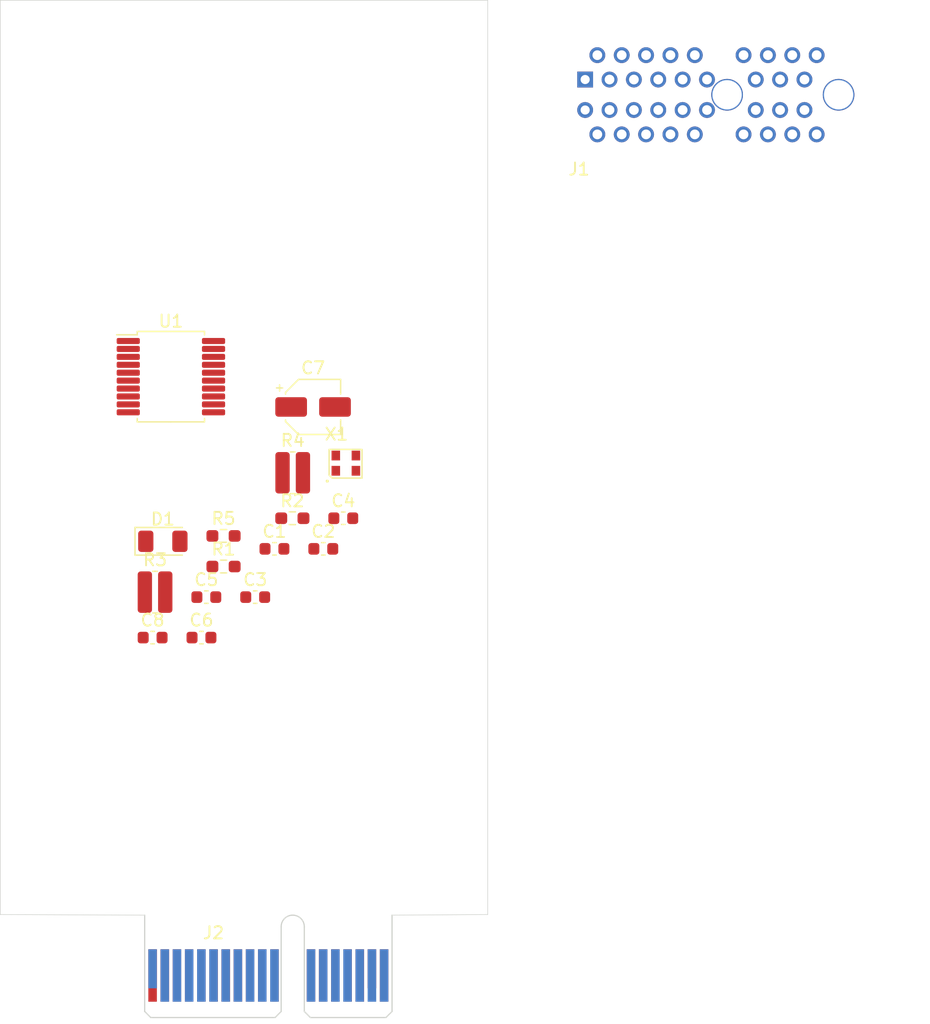
<source format=kicad_pcb>
(kicad_pcb (version 20171130) (host pcbnew "(5.1.9)-1")

  (general
    (thickness 1.6)
    (drawings 5)
    (tracks 0)
    (zones 0)
    (modules 18)
    (nets 10)
  )

  (page A4)
  (layers
    (0 F.Cu signal)
    (31 B.Cu signal)
    (32 B.Adhes user)
    (33 F.Adhes user)
    (34 B.Paste user)
    (35 F.Paste user)
    (36 B.SilkS user)
    (37 F.SilkS user)
    (38 B.Mask user)
    (39 F.Mask user)
    (40 Dwgs.User user)
    (41 Cmts.User user)
    (42 Eco1.User user)
    (43 Eco2.User user)
    (44 Edge.Cuts user)
    (45 Margin user)
    (46 B.CrtYd user)
    (47 F.CrtYd user)
    (48 B.Fab user)
    (49 F.Fab user)
  )

  (setup
    (last_trace_width 0.25)
    (trace_clearance 0.2)
    (zone_clearance 0.508)
    (zone_45_only no)
    (trace_min 0.2)
    (via_size 0.8)
    (via_drill 0.4)
    (via_min_size 0.4)
    (via_min_drill 0.3)
    (uvia_size 0.3)
    (uvia_drill 0.1)
    (uvias_allowed no)
    (uvia_min_size 0.2)
    (uvia_min_drill 0.1)
    (edge_width 0.05)
    (segment_width 0.2)
    (pcb_text_width 0.3)
    (pcb_text_size 1.5 1.5)
    (mod_edge_width 0.12)
    (mod_text_size 1 1)
    (mod_text_width 0.15)
    (pad_size 1.524 1.524)
    (pad_drill 0.762)
    (pad_to_mask_clearance 0)
    (aux_axis_origin 0 0)
    (visible_elements FFFFFF7F)
    (pcbplotparams
      (layerselection 0x010fc_ffffffff)
      (usegerberextensions false)
      (usegerberattributes true)
      (usegerberadvancedattributes true)
      (creategerberjobfile true)
      (excludeedgelayer true)
      (linewidth 0.100000)
      (plotframeref false)
      (viasonmask false)
      (mode 1)
      (useauxorigin false)
      (hpglpennumber 1)
      (hpglpenspeed 20)
      (hpglpendiameter 15.000000)
      (psnegative false)
      (psa4output false)
      (plotreference true)
      (plotvalue true)
      (plotinvisibletext false)
      (padsonsilk false)
      (subtractmaskfromsilk false)
      (outputformat 1)
      (mirror false)
      (drillshape 1)
      (scaleselection 1)
      (outputdirectory ""))
  )

  (net 0 "")
  (net 1 GND)
  (net 2 vdd)
  (net 3 "Net-(C3-Pad1)")
  (net 4 "Net-(C4-Pad1)")
  (net 5 "Net-(C5-Pad1)")
  (net 6 "Net-(C6-Pad1)")
  (net 7 "Net-(D1-Pad2)")
  (net 8 "Net-(R4-Pad1)")
  (net 9 clk)

  (net_class Default "This is the default net class."
    (clearance 0.2)
    (trace_width 0.25)
    (via_dia 0.8)
    (via_drill 0.4)
    (uvia_dia 0.3)
    (uvia_drill 0.1)
    (add_net GND)
    (add_net "Net-(C3-Pad1)")
    (add_net "Net-(C4-Pad1)")
    (add_net "Net-(C5-Pad1)")
    (add_net "Net-(C6-Pad1)")
    (add_net "Net-(D1-Pad2)")
    (add_net "Net-(R4-Pad1)")
    (add_net adc_a1)
    (add_net adc_a2)
    (add_net adc_a3)
    (add_net adc_a4)
    (add_net adc_a5)
    (add_net adc_a6)
    (add_net adc_a7)
    (add_net adc_a8)
    (add_net clk)
    (add_net in_a+)
    (add_net in_a-)
    (add_net vdd)
  )

  (module Package_SO:SSOP-20_5.3x7.2mm_P0.65mm (layer F.Cu) (tedit 5D9F72B1) (tstamp 60207410)
    (at 109 55.875)
    (descr "SSOP, 20 Pin (http://ww1.microchip.com/downloads/en/DeviceDoc/40001800C.pdf), generated with kicad-footprint-generator ipc_gullwing_generator.py")
    (tags "SSOP SO")
    (path /60295AE4)
    (attr smd)
    (fp_text reference U1 (at 0 -4.55) (layer F.SilkS)
      (effects (font (size 1 1) (thickness 0.15)))
    )
    (fp_text value AD9283 (at 0 4.55) (layer F.Fab)
      (effects (font (size 1 1) (thickness 0.15)))
    )
    (fp_text user %R (at 0 0) (layer F.Fab)
      (effects (font (size 1 1) (thickness 0.15)))
    )
    (fp_line (start 0 3.71) (end 2.76 3.71) (layer F.SilkS) (width 0.12))
    (fp_line (start 2.76 3.71) (end 2.76 3.435) (layer F.SilkS) (width 0.12))
    (fp_line (start 0 3.71) (end -2.76 3.71) (layer F.SilkS) (width 0.12))
    (fp_line (start -2.76 3.71) (end -2.76 3.435) (layer F.SilkS) (width 0.12))
    (fp_line (start 0 -3.71) (end 2.76 -3.71) (layer F.SilkS) (width 0.12))
    (fp_line (start 2.76 -3.71) (end 2.76 -3.435) (layer F.SilkS) (width 0.12))
    (fp_line (start 0 -3.71) (end -2.76 -3.71) (layer F.SilkS) (width 0.12))
    (fp_line (start -2.76 -3.71) (end -2.76 -3.435) (layer F.SilkS) (width 0.12))
    (fp_line (start -2.76 -3.435) (end -4.45 -3.435) (layer F.SilkS) (width 0.12))
    (fp_line (start -1.65 -3.6) (end 2.65 -3.6) (layer F.Fab) (width 0.1))
    (fp_line (start 2.65 -3.6) (end 2.65 3.6) (layer F.Fab) (width 0.1))
    (fp_line (start 2.65 3.6) (end -2.65 3.6) (layer F.Fab) (width 0.1))
    (fp_line (start -2.65 3.6) (end -2.65 -2.6) (layer F.Fab) (width 0.1))
    (fp_line (start -2.65 -2.6) (end -1.65 -3.6) (layer F.Fab) (width 0.1))
    (fp_line (start -4.7 -3.85) (end -4.7 3.85) (layer F.CrtYd) (width 0.05))
    (fp_line (start -4.7 3.85) (end 4.7 3.85) (layer F.CrtYd) (width 0.05))
    (fp_line (start 4.7 3.85) (end 4.7 -3.85) (layer F.CrtYd) (width 0.05))
    (fp_line (start 4.7 -3.85) (end -4.7 -3.85) (layer F.CrtYd) (width 0.05))
    (pad 20 smd roundrect (at 3.5 -2.925) (size 1.9 0.5) (layers F.Cu F.Paste F.Mask) (roundrect_rratio 0.25))
    (pad 19 smd roundrect (at 3.5 -2.275) (size 1.9 0.5) (layers F.Cu F.Paste F.Mask) (roundrect_rratio 0.25))
    (pad 18 smd roundrect (at 3.5 -1.625) (size 1.9 0.5) (layers F.Cu F.Paste F.Mask) (roundrect_rratio 0.25))
    (pad 17 smd roundrect (at 3.5 -0.975) (size 1.9 0.5) (layers F.Cu F.Paste F.Mask) (roundrect_rratio 0.25))
    (pad 16 smd roundrect (at 3.5 -0.325) (size 1.9 0.5) (layers F.Cu F.Paste F.Mask) (roundrect_rratio 0.25)
      (net 1 GND))
    (pad 15 smd roundrect (at 3.5 0.325) (size 1.9 0.5) (layers F.Cu F.Paste F.Mask) (roundrect_rratio 0.25)
      (net 2 vdd))
    (pad 14 smd roundrect (at 3.5 0.975) (size 1.9 0.5) (layers F.Cu F.Paste F.Mask) (roundrect_rratio 0.25))
    (pad 13 smd roundrect (at 3.5 1.625) (size 1.9 0.5) (layers F.Cu F.Paste F.Mask) (roundrect_rratio 0.25))
    (pad 12 smd roundrect (at 3.5 2.275) (size 1.9 0.5) (layers F.Cu F.Paste F.Mask) (roundrect_rratio 0.25))
    (pad 11 smd roundrect (at 3.5 2.925) (size 1.9 0.5) (layers F.Cu F.Paste F.Mask) (roundrect_rratio 0.25))
    (pad 10 smd roundrect (at -3.5 2.925) (size 1.9 0.5) (layers F.Cu F.Paste F.Mask) (roundrect_rratio 0.25)
      (net 9 clk))
    (pad 9 smd roundrect (at -3.5 2.275) (size 1.9 0.5) (layers F.Cu F.Paste F.Mask) (roundrect_rratio 0.25)
      (net 1 GND))
    (pad 8 smd roundrect (at -3.5 1.625) (size 1.9 0.5) (layers F.Cu F.Paste F.Mask) (roundrect_rratio 0.25)
      (net 2 vdd))
    (pad 7 smd roundrect (at -3.5 0.975) (size 1.9 0.5) (layers F.Cu F.Paste F.Mask) (roundrect_rratio 0.25)
      (net 3 "Net-(C3-Pad1)"))
    (pad 6 smd roundrect (at -3.5 0.325) (size 1.9 0.5) (layers F.Cu F.Paste F.Mask) (roundrect_rratio 0.25)
      (net 4 "Net-(C4-Pad1)"))
    (pad 5 smd roundrect (at -3.5 -0.325) (size 1.9 0.5) (layers F.Cu F.Paste F.Mask) (roundrect_rratio 0.25)
      (net 2 vdd))
    (pad 4 smd roundrect (at -3.5 -0.975) (size 1.9 0.5) (layers F.Cu F.Paste F.Mask) (roundrect_rratio 0.25)
      (net 1 GND))
    (pad 3 smd roundrect (at -3.5 -1.625) (size 1.9 0.5) (layers F.Cu F.Paste F.Mask) (roundrect_rratio 0.25)
      (net 6 "Net-(C6-Pad1)"))
    (pad 2 smd roundrect (at -3.5 -2.275) (size 1.9 0.5) (layers F.Cu F.Paste F.Mask) (roundrect_rratio 0.25)
      (net 5 "Net-(C5-Pad1)"))
    (pad 1 smd roundrect (at -3.5 -2.925) (size 1.9 0.5) (layers F.Cu F.Paste F.Mask) (roundrect_rratio 0.25)
      (net 8 "Net-(R4-Pad1)"))
    (model ${KISYS3DMOD}/Package_SO.3dshapes/SSOP-20_5.3x7.2mm_P0.65mm.wrl
      (at (xyz 0 0 0))
      (scale (xyz 1 1 1))
      (rotate (xyz 0 0 0))
    )
  )

  (module SeniorDesign_Block2_ADC:DSC6001JI1A_Oscillator (layer F.Cu) (tedit 601F4DE6) (tstamp 60206827)
    (at 122.535711 63.645)
    (descr "SMD Crystal SERIES SMD2520/4 http://www.newxtal.com/UploadFiles/Images/2012-11-12-09-29-09-776.pdf, 2.5x2.0mm^2 package")
    (tags "SMD SMT crystal")
    (path /602A3784)
    (attr smd)
    (fp_text reference X1 (at 0.05 -3.05) (layer F.SilkS)
      (effects (font (size 1 1) (thickness 0.15)))
    )
    (fp_text value ASE-xxxMHz (at -0.15 3.55) (layer F.Fab)
      (effects (font (size 1 1) (thickness 0.15)))
    )
    (fp_text user %R (at 5.45 0) (layer F.Fab)
      (effects (font (size 0.6 0.6) (thickness 0.09)))
    )
    (fp_line (start -0.45 0.45) (end 2.05 0.45) (layer F.CrtYd) (width 0.12))
    (fp_line (start 2.05 0.45) (end 2.05 -1.55) (layer F.CrtYd) (width 0.12))
    (fp_line (start -0.45 -1.55) (end 2.05 -1.55) (layer F.CrtYd) (width 0.12))
    (fp_line (start -0.45 0.45) (end -0.45 -1.55) (layer F.CrtYd) (width 0.12))
    (fp_line (start -0.25 0.55) (end 2.15 0.55) (layer F.SilkS) (width 0.12))
    (fp_line (start 2.15 0.55) (end 2.15 -1.75) (layer F.SilkS) (width 0.12))
    (fp_line (start 2.15 -1.8) (end -0.55 -1.8) (layer F.SilkS) (width 0.12))
    (fp_line (start -0.55 -1.75) (end -0.55 0.3) (layer F.SilkS) (width 0.12))
    (fp_line (start -0.55 0.3) (end -0.3 0.55) (layer F.SilkS) (width 0.12))
    (fp_circle (center -0.7 0.8) (end -0.65 0.85) (layer F.SilkS) (width 0.12))
    (pad 4 smd rect (at 0 -1.3) (size 0.7 0.8) (layers F.Cu F.Paste F.Mask)
      (net 2 vdd))
    (pad 3 smd rect (at 1.65 -1.3) (size 0.7 0.8) (layers F.Cu F.Paste F.Mask)
      (net 9 clk))
    (pad 2 smd rect (at 1.65 -0.05) (size 0.7 0.8) (layers F.Cu F.Paste F.Mask)
      (net 1 GND))
    (pad 1 smd rect (at 0 -0.05) (size 0.7 0.8) (layers F.Cu F.Paste F.Mask)
      (net 2 vdd))
    (model ${KISYS3DMOD}/Crystal.3dshapes/Crystal_SMD_2520-4Pin_2.5x2.0mm.wrl
      (at (xyz 0 0 0))
      (scale (xyz 1 1 1))
      (rotate (xyz 0 0 0))
    )
  )

  (module Resistor_SMD:R_0603_1608Metric_Pad0.98x0.95mm_HandSolder (layer F.Cu) (tedit 5F68FEEE) (tstamp 60206814)
    (at 113.32 68.94)
    (descr "Resistor SMD 0603 (1608 Metric), square (rectangular) end terminal, IPC_7351 nominal with elongated pad for handsoldering. (Body size source: IPC-SM-782 page 72, https://www.pcb-3d.com/wordpress/wp-content/uploads/ipc-sm-782a_amendment_1_and_2.pdf), generated with kicad-footprint-generator")
    (tags "resistor handsolder")
    (path /605CCF29)
    (attr smd)
    (fp_text reference R5 (at 0 -1.43) (layer F.SilkS)
      (effects (font (size 1 1) (thickness 0.15)))
    )
    (fp_text value 470 (at 0 1.43) (layer F.Fab)
      (effects (font (size 1 1) (thickness 0.15)))
    )
    (fp_text user %R (at 0 0) (layer F.Fab)
      (effects (font (size 0.4 0.4) (thickness 0.06)))
    )
    (fp_line (start -0.8 0.4125) (end -0.8 -0.4125) (layer F.Fab) (width 0.1))
    (fp_line (start -0.8 -0.4125) (end 0.8 -0.4125) (layer F.Fab) (width 0.1))
    (fp_line (start 0.8 -0.4125) (end 0.8 0.4125) (layer F.Fab) (width 0.1))
    (fp_line (start 0.8 0.4125) (end -0.8 0.4125) (layer F.Fab) (width 0.1))
    (fp_line (start -0.254724 -0.5225) (end 0.254724 -0.5225) (layer F.SilkS) (width 0.12))
    (fp_line (start -0.254724 0.5225) (end 0.254724 0.5225) (layer F.SilkS) (width 0.12))
    (fp_line (start -1.65 0.73) (end -1.65 -0.73) (layer F.CrtYd) (width 0.05))
    (fp_line (start -1.65 -0.73) (end 1.65 -0.73) (layer F.CrtYd) (width 0.05))
    (fp_line (start 1.65 -0.73) (end 1.65 0.73) (layer F.CrtYd) (width 0.05))
    (fp_line (start 1.65 0.73) (end -1.65 0.73) (layer F.CrtYd) (width 0.05))
    (pad 2 smd roundrect (at 0.9125 0) (size 0.975 0.95) (layers F.Cu F.Paste F.Mask) (roundrect_rratio 0.25)
      (net 7 "Net-(D1-Pad2)"))
    (pad 1 smd roundrect (at -0.9125 0) (size 0.975 0.95) (layers F.Cu F.Paste F.Mask) (roundrect_rratio 0.25)
      (net 2 vdd))
    (model ${KISYS3DMOD}/Resistor_SMD.3dshapes/R_0603_1608Metric.wrl
      (at (xyz 0 0 0))
      (scale (xyz 1 1 1))
      (rotate (xyz 0 0 0))
    )
  )

  (module Resistor_SMD:R_0612_1632Metric_Pad1.18x3.40mm_HandSolder (layer F.Cu) (tedit 5F68FEEE) (tstamp 60206803)
    (at 119 63.76)
    (descr "Resistor SMD 0612 (1632 Metric), square (rectangular) end terminal, IPC_7351 nominal with elongated pad for handsoldering. (Body size source: https://www.vishay.com/docs/20019/rcwe.pdf), generated with kicad-footprint-generator")
    (tags "resistor handsolder")
    (path /60633D11)
    (attr smd)
    (fp_text reference R4 (at 0 -2.65) (layer F.SilkS)
      (effects (font (size 1 1) (thickness 0.15)))
    )
    (fp_text value 0 (at 0 2.65) (layer F.Fab)
      (effects (font (size 1 1) (thickness 0.15)))
    )
    (fp_text user %R (at 0 0) (layer F.Fab)
      (effects (font (size 0.4 0.4) (thickness 0.06)))
    )
    (fp_line (start -0.8 1.6) (end -0.8 -1.6) (layer F.Fab) (width 0.1))
    (fp_line (start -0.8 -1.6) (end 0.8 -1.6) (layer F.Fab) (width 0.1))
    (fp_line (start 0.8 -1.6) (end 0.8 1.6) (layer F.Fab) (width 0.1))
    (fp_line (start 0.8 1.6) (end -0.8 1.6) (layer F.Fab) (width 0.1))
    (fp_line (start -0.182983 -1.71) (end 0.182983 -1.71) (layer F.SilkS) (width 0.12))
    (fp_line (start -0.182983 1.71) (end 0.182983 1.71) (layer F.SilkS) (width 0.12))
    (fp_line (start -1.68 1.95) (end -1.68 -1.95) (layer F.CrtYd) (width 0.05))
    (fp_line (start -1.68 -1.95) (end 1.68 -1.95) (layer F.CrtYd) (width 0.05))
    (fp_line (start 1.68 -1.95) (end 1.68 1.95) (layer F.CrtYd) (width 0.05))
    (fp_line (start 1.68 1.95) (end -1.68 1.95) (layer F.CrtYd) (width 0.05))
    (pad 2 smd roundrect (at 0.8375 0) (size 1.175 3.4) (layers F.Cu F.Paste F.Mask) (roundrect_rratio 0.212766)
      (net 1 GND))
    (pad 1 smd roundrect (at -0.8375 0) (size 1.175 3.4) (layers F.Cu F.Paste F.Mask) (roundrect_rratio 0.212766)
      (net 8 "Net-(R4-Pad1)"))
    (model ${KISYS3DMOD}/Resistor_SMD.3dshapes/R_0612_1632Metric.wrl
      (at (xyz 0 0 0))
      (scale (xyz 1 1 1))
      (rotate (xyz 0 0 0))
    )
  )

  (module Resistor_SMD:R_0612_1632Metric_Pad1.18x3.40mm_HandSolder (layer F.Cu) (tedit 5F68FEEE) (tstamp 602067F2)
    (at 107.7 73.55)
    (descr "Resistor SMD 0612 (1632 Metric), square (rectangular) end terminal, IPC_7351 nominal with elongated pad for handsoldering. (Body size source: https://www.vishay.com/docs/20019/rcwe.pdf), generated with kicad-footprint-generator")
    (tags "resistor handsolder")
    (path /60489BF1)
    (attr smd)
    (fp_text reference R3 (at 0 -2.65) (layer F.SilkS)
      (effects (font (size 1 1) (thickness 0.15)))
    )
    (fp_text value 0 (at 0 2.65) (layer F.Fab)
      (effects (font (size 1 1) (thickness 0.15)))
    )
    (fp_text user %R (at 0 0) (layer F.Fab)
      (effects (font (size 0.4 0.4) (thickness 0.06)))
    )
    (fp_line (start -0.8 1.6) (end -0.8 -1.6) (layer F.Fab) (width 0.1))
    (fp_line (start -0.8 -1.6) (end 0.8 -1.6) (layer F.Fab) (width 0.1))
    (fp_line (start 0.8 -1.6) (end 0.8 1.6) (layer F.Fab) (width 0.1))
    (fp_line (start 0.8 1.6) (end -0.8 1.6) (layer F.Fab) (width 0.1))
    (fp_line (start -0.182983 -1.71) (end 0.182983 -1.71) (layer F.SilkS) (width 0.12))
    (fp_line (start -0.182983 1.71) (end 0.182983 1.71) (layer F.SilkS) (width 0.12))
    (fp_line (start -1.68 1.95) (end -1.68 -1.95) (layer F.CrtYd) (width 0.05))
    (fp_line (start -1.68 -1.95) (end 1.68 -1.95) (layer F.CrtYd) (width 0.05))
    (fp_line (start 1.68 -1.95) (end 1.68 1.95) (layer F.CrtYd) (width 0.05))
    (fp_line (start 1.68 1.95) (end -1.68 1.95) (layer F.CrtYd) (width 0.05))
    (pad 2 smd roundrect (at 0.8375 0) (size 1.175 3.4) (layers F.Cu F.Paste F.Mask) (roundrect_rratio 0.212766)
      (net 5 "Net-(C5-Pad1)"))
    (pad 1 smd roundrect (at -0.8375 0) (size 1.175 3.4) (layers F.Cu F.Paste F.Mask) (roundrect_rratio 0.212766)
      (net 6 "Net-(C6-Pad1)"))
    (model ${KISYS3DMOD}/Resistor_SMD.3dshapes/R_0612_1632Metric.wrl
      (at (xyz 0 0 0))
      (scale (xyz 1 1 1))
      (rotate (xyz 0 0 0))
    )
  )

  (module Resistor_SMD:R_0603_1608Metric_Pad0.98x0.95mm_HandSolder (layer F.Cu) (tedit 5F68FEEE) (tstamp 602067E1)
    (at 118.97 67.49)
    (descr "Resistor SMD 0603 (1608 Metric), square (rectangular) end terminal, IPC_7351 nominal with elongated pad for handsoldering. (Body size source: IPC-SM-782 page 72, https://www.pcb-3d.com/wordpress/wp-content/uploads/ipc-sm-782a_amendment_1_and_2.pdf), generated with kicad-footprint-generator")
    (tags "resistor handsolder")
    (path /606CF0D0)
    (attr smd)
    (fp_text reference R2 (at 0 -1.43) (layer F.SilkS)
      (effects (font (size 1 1) (thickness 0.15)))
    )
    (fp_text value "49.9 +/-1%" (at 0 1.43) (layer F.Fab)
      (effects (font (size 1 1) (thickness 0.15)))
    )
    (fp_text user %R (at 0 0) (layer F.Fab)
      (effects (font (size 0.4 0.4) (thickness 0.06)))
    )
    (fp_line (start -0.8 0.4125) (end -0.8 -0.4125) (layer F.Fab) (width 0.1))
    (fp_line (start -0.8 -0.4125) (end 0.8 -0.4125) (layer F.Fab) (width 0.1))
    (fp_line (start 0.8 -0.4125) (end 0.8 0.4125) (layer F.Fab) (width 0.1))
    (fp_line (start 0.8 0.4125) (end -0.8 0.4125) (layer F.Fab) (width 0.1))
    (fp_line (start -0.254724 -0.5225) (end 0.254724 -0.5225) (layer F.SilkS) (width 0.12))
    (fp_line (start -0.254724 0.5225) (end 0.254724 0.5225) (layer F.SilkS) (width 0.12))
    (fp_line (start -1.65 0.73) (end -1.65 -0.73) (layer F.CrtYd) (width 0.05))
    (fp_line (start -1.65 -0.73) (end 1.65 -0.73) (layer F.CrtYd) (width 0.05))
    (fp_line (start 1.65 -0.73) (end 1.65 0.73) (layer F.CrtYd) (width 0.05))
    (fp_line (start 1.65 0.73) (end -1.65 0.73) (layer F.CrtYd) (width 0.05))
    (pad 2 smd roundrect (at 0.9125 0) (size 0.975 0.95) (layers F.Cu F.Paste F.Mask) (roundrect_rratio 0.25))
    (pad 1 smd roundrect (at -0.9125 0) (size 0.975 0.95) (layers F.Cu F.Paste F.Mask) (roundrect_rratio 0.25)
      (net 4 "Net-(C4-Pad1)"))
    (model ${KISYS3DMOD}/Resistor_SMD.3dshapes/R_0603_1608Metric.wrl
      (at (xyz 0 0 0))
      (scale (xyz 1 1 1))
      (rotate (xyz 0 0 0))
    )
  )

  (module Resistor_SMD:R_0603_1608Metric_Pad0.98x0.95mm_HandSolder (layer F.Cu) (tedit 5F68FEEE) (tstamp 602067D0)
    (at 113.32 71.45)
    (descr "Resistor SMD 0603 (1608 Metric), square (rectangular) end terminal, IPC_7351 nominal with elongated pad for handsoldering. (Body size source: IPC-SM-782 page 72, https://www.pcb-3d.com/wordpress/wp-content/uploads/ipc-sm-782a_amendment_1_and_2.pdf), generated with kicad-footprint-generator")
    (tags "resistor handsolder")
    (path /606CF0B6)
    (attr smd)
    (fp_text reference R1 (at 0 -1.43) (layer F.SilkS)
      (effects (font (size 1 1) (thickness 0.15)))
    )
    (fp_text value "49.9 +/-1%" (at 0 1.43) (layer F.Fab)
      (effects (font (size 1 1) (thickness 0.15)))
    )
    (fp_text user %R (at 0 0) (layer F.Fab)
      (effects (font (size 0.4 0.4) (thickness 0.06)))
    )
    (fp_line (start -0.8 0.4125) (end -0.8 -0.4125) (layer F.Fab) (width 0.1))
    (fp_line (start -0.8 -0.4125) (end 0.8 -0.4125) (layer F.Fab) (width 0.1))
    (fp_line (start 0.8 -0.4125) (end 0.8 0.4125) (layer F.Fab) (width 0.1))
    (fp_line (start 0.8 0.4125) (end -0.8 0.4125) (layer F.Fab) (width 0.1))
    (fp_line (start -0.254724 -0.5225) (end 0.254724 -0.5225) (layer F.SilkS) (width 0.12))
    (fp_line (start -0.254724 0.5225) (end 0.254724 0.5225) (layer F.SilkS) (width 0.12))
    (fp_line (start -1.65 0.73) (end -1.65 -0.73) (layer F.CrtYd) (width 0.05))
    (fp_line (start -1.65 -0.73) (end 1.65 -0.73) (layer F.CrtYd) (width 0.05))
    (fp_line (start 1.65 -0.73) (end 1.65 0.73) (layer F.CrtYd) (width 0.05))
    (fp_line (start 1.65 0.73) (end -1.65 0.73) (layer F.CrtYd) (width 0.05))
    (pad 2 smd roundrect (at 0.9125 0) (size 0.975 0.95) (layers F.Cu F.Paste F.Mask) (roundrect_rratio 0.25))
    (pad 1 smd roundrect (at -0.9125 0) (size 0.975 0.95) (layers F.Cu F.Paste F.Mask) (roundrect_rratio 0.25)
      (net 3 "Net-(C3-Pad1)"))
    (model ${KISYS3DMOD}/Resistor_SMD.3dshapes/R_0603_1608Metric.wrl
      (at (xyz 0 0 0))
      (scale (xyz 1 1 1))
      (rotate (xyz 0 0 0))
    )
  )

  (module Connector_PCBEdge:BUS_PCIexpress_x1 (layer F.Cu) (tedit 5DBD33CB) (tstamp 602067BF)
    (at 107.5 105)
    (descr "PCIexpress Bus Edge Connector x1 http://www.ritrontek.com/uploadfile/2016/1026/20161026105231124.pdf#page=70")
    (tags PCIe)
    (path /6020BAEC)
    (attr virtual)
    (fp_text reference J2 (at 5 -3.5) (layer F.SilkS)
      (effects (font (size 1 1) (thickness 0.15)))
    )
    (fp_text value Conn_02x18_Row_Letter_First (at 10.33 -8.01) (layer F.Fab)
      (effects (font (size 1 1) (thickness 0.15)))
    )
    (fp_arc (start 11.5 -4) (end 12.45 -4) (angle -180) (layer Edge.Cuts) (width 0.1))
    (fp_text user "PCB Thickness 1.57 mm" (at 5 2.8 180) (layer Cmts.User)
      (effects (font (size 0.5 0.5) (thickness 0.1)))
    )
    (fp_text user %R (at 16 -3.5) (layer F.Fab)
      (effects (font (size 1 1) (thickness 0.15)))
    )
    (fp_line (start -1.15 -5.45) (end 20.15 -5.45) (layer F.CrtYd) (width 0.05))
    (fp_line (start -1.15 -5.45) (end -1.15 3.95) (layer F.CrtYd) (width 0.05))
    (fp_line (start 20.15 3.95) (end 20.15 -5.45) (layer F.CrtYd) (width 0.05))
    (fp_line (start 20.15 3.95) (end -1.15 3.95) (layer F.CrtYd) (width 0.05))
    (fp_line (start 10.55 -4) (end 10.55 2.95) (layer Edge.Cuts) (width 0.1))
    (fp_line (start 12.45 -4) (end 12.45 2.95) (layer Edge.Cuts) (width 0.1))
    (fp_line (start -0.65 -4.95) (end -0.65 2.95) (layer Edge.Cuts) (width 0.1))
    (fp_line (start -0.15 3.45) (end 10.05 3.45) (layer Edge.Cuts) (width 0.1))
    (fp_line (start 19.65 -4.95) (end 19.65 2.95) (layer Edge.Cuts) (width 0.1))
    (fp_line (start 12.95 3.45) (end 19.15 3.45) (layer Edge.Cuts) (width 0.1))
    (fp_line (start -0.65 2.95) (end -0.15 3.45) (layer Edge.Cuts) (width 0.1))
    (fp_line (start 10.55 2.95) (end 10.05 3.45) (layer Edge.Cuts) (width 0.1))
    (fp_line (start 12.45 2.95) (end 12.95 3.45) (layer Edge.Cuts) (width 0.1))
    (fp_line (start 19.65 2.95) (end 19.15 3.45) (layer Edge.Cuts) (width 0.1))
    (pad A13 connect rect (at 14 0) (size 0.7 4.3) (layers B.Cu B.Mask))
    (pad A12 connect rect (at 13 0) (size 0.7 4.3) (layers B.Cu B.Mask))
    (pad A18 connect rect (at 19 0) (size 0.7 4.3) (layers B.Cu B.Mask))
    (pad A17 connect rect (at 18 0) (size 0.7 4.3) (layers B.Cu B.Mask))
    (pad A16 connect rect (at 17 0) (size 0.7 4.3) (layers B.Cu B.Mask))
    (pad A15 connect rect (at 16 0) (size 0.7 4.3) (layers B.Cu B.Mask))
    (pad A14 connect rect (at 15 0) (size 0.7 4.3) (layers B.Cu B.Mask))
    (pad A11 connect rect (at 10 0) (size 0.7 4.3) (layers B.Cu B.Mask))
    (pad A10 connect rect (at 9 0) (size 0.7 4.3) (layers B.Cu B.Mask))
    (pad A9 connect rect (at 8 0) (size 0.7 4.3) (layers B.Cu B.Mask))
    (pad A8 connect rect (at 7 0) (size 0.7 4.3) (layers B.Cu B.Mask))
    (pad A7 connect rect (at 6 0) (size 0.7 4.3) (layers B.Cu B.Mask))
    (pad A6 connect rect (at 5 0) (size 0.7 4.3) (layers B.Cu B.Mask))
    (pad A5 connect rect (at 4 0) (size 0.7 4.3) (layers B.Cu B.Mask))
    (pad A4 connect rect (at 3 0) (size 0.7 4.3) (layers B.Cu B.Mask))
    (pad A3 connect rect (at 2 0) (size 0.7 4.3) (layers B.Cu B.Mask))
    (pad A2 connect rect (at 1 0) (size 0.7 4.3) (layers B.Cu B.Mask))
    (pad A1 connect rect (at 0 -0.55) (size 0.7 3.2) (layers B.Cu B.Mask))
    (pad B13 connect rect (at 14 0) (size 0.7 4.3) (layers F.Cu F.Mask))
    (pad B12 connect rect (at 13 0) (size 0.7 4.3) (layers F.Cu F.Mask))
    (pad B18 connect rect (at 19 0) (size 0.7 4.3) (layers F.Cu F.Mask))
    (pad B17 connect rect (at 18 -0.55) (size 0.7 3.2) (layers F.Cu F.Mask))
    (pad B16 connect rect (at 17 0) (size 0.7 4.3) (layers F.Cu F.Mask))
    (pad B15 connect rect (at 16 0) (size 0.7 4.3) (layers F.Cu F.Mask))
    (pad B14 connect rect (at 15 0) (size 0.7 4.3) (layers F.Cu F.Mask))
    (pad B11 connect rect (at 10 0) (size 0.7 4.3) (layers F.Cu F.Mask))
    (pad B10 connect rect (at 9 0) (size 0.7 4.3) (layers F.Cu F.Mask))
    (pad B9 connect rect (at 8 0) (size 0.7 4.3) (layers F.Cu F.Mask))
    (pad B8 connect rect (at 7 0) (size 0.7 4.3) (layers F.Cu F.Mask))
    (pad B7 connect rect (at 6 0) (size 0.7 4.3) (layers F.Cu F.Mask))
    (pad B6 connect rect (at 5 0) (size 0.7 4.3) (layers F.Cu F.Mask))
    (pad B5 connect rect (at 4 0) (size 0.7 4.3) (layers F.Cu F.Mask))
    (pad B4 connect rect (at 3 0) (size 0.7 4.3) (layers F.Cu F.Mask))
    (pad B3 connect rect (at 2 0) (size 0.7 4.3) (layers F.Cu F.Mask))
    (pad B2 connect rect (at 1 0) (size 0.7 4.3) (layers F.Cu F.Mask))
    (pad B1 connect rect (at 0 0) (size 0.7 4.3) (layers F.Cu F.Mask))
  )

  (module SeniorDesign_Block2_ADC:SeniorDesign_PCI_Connector (layer F.Cu) (tedit 601F0DFB) (tstamp 60206786)
    (at 155 32.5)
    (descr "Mini-PCI Express bus connector (https://s3.amazonaws.com/fit-iot/download/facet-cards/documents/PCI_Express_miniCard_Electromechanical_specs_rev1.2.pdf#page=11)")
    (tags "mini pcie")
    (path /60210983)
    (attr smd)
    (fp_text reference J1 (at -12.5 6.35 180) (layer F.SilkS)
      (effects (font (size 1 1) (thickness 0.15)))
    )
    (fp_text value Conn_02x18_Row_Letter_First (at 0 6.35 180) (layer F.Fab)
      (effects (font (size 1 1) (thickness 0.15)))
    )
    (fp_text user %R (at 0 0) (layer F.Fab)
      (effects (font (size 1 1) (thickness 0.15)))
    )
    (fp_line (start 16.3 5.6) (end -16.3 5.6) (layer F.CrtYd) (width 0.05))
    (fp_line (start -16.3 5.6) (end -16.3 -5.6) (layer F.CrtYd) (width 0.05))
    (fp_line (start -16.3 -5.6) (end 16.3 -5.6) (layer F.CrtYd) (width 0.05))
    (fp_line (start 16.3 -5.6) (end 16.3 5.6) (layer F.CrtYd) (width 0.05))
    (fp_line (start -15 4.5) (end 15 4.5) (layer F.Fab) (width 0.1))
    (fp_line (start 15 4.5) (end 15 -4.5) (layer F.Fab) (width 0.1))
    (fp_line (start 15 -4.5) (end -15 -4.5) (layer F.Fab) (width 0.1))
    (fp_line (start -15 -4.5) (end -15 4.5) (layer F.Fab) (width 0.1))
    (pad B2 thru_hole circle (at -11 3.5) (size 1.3 1.3) (drill 0.8) (layers *.Cu *.Mask))
    (pad B10 thru_hole circle (at -3 3.5) (size 1.3 1.3) (drill 0.8) (layers *.Cu *.Mask))
    (pad B4 thru_hole circle (at -9 3.5) (size 1.3 1.3) (drill 0.8) (layers *.Cu *.Mask))
    (pad B12 thru_hole circle (at 1 3.5) (size 1.3 1.3) (drill 0.8) (layers *.Cu *.Mask))
    (pad B14 thru_hole circle (at 3 3.5) (size 1.3 1.3) (drill 0.8) (layers *.Cu *.Mask))
    (pad B18 thru_hole circle (at 7 3.5) (size 1.3 1.3) (drill 0.8) (layers *.Cu *.Mask))
    (pad B8 thru_hole circle (at -5 3.5) (size 1.3 1.3) (drill 0.8) (layers *.Cu *.Mask))
    (pad B6 thru_hole circle (at -7 3.5) (size 1.3 1.3) (drill 0.8) (layers *.Cu *.Mask))
    (pad B16 thru_hole circle (at 5 3.5) (size 1.3 1.3) (drill 0.8) (layers *.Cu *.Mask))
    (pad B9 thru_hole circle (at -4 1.5) (size 1.3 1.3) (drill 0.8) (layers *.Cu *.Mask))
    (pad B3 thru_hole circle (at -10 1.5) (size 1.3 1.3) (drill 0.8) (layers *.Cu *.Mask))
    (pad B13 thru_hole circle (at 2 1.5) (size 1.3 1.3) (drill 0.8) (layers *.Cu *.Mask))
    (pad B17 thru_hole circle (at 6 1.5) (size 1.3 1.3) (drill 0.8) (layers *.Cu *.Mask))
    (pad B5 thru_hole circle (at -8 1.5) (size 1.3 1.3) (drill 0.8) (layers *.Cu *.Mask))
    (pad B11 thru_hole circle (at -2 1.5) (size 1.3 1.3) (drill 0.8) (layers *.Cu *.Mask))
    (pad B7 thru_hole circle (at -6 1.5) (size 1.3 1.3) (drill 0.8) (layers *.Cu *.Mask))
    (pad B15 thru_hole circle (at 4 1.5) (size 1.3 1.3) (drill 0.8) (layers *.Cu *.Mask))
    (pad B1 thru_hole circle (at -12 1.5) (size 1.3 1.3) (drill 0.75) (layers *.Cu *.Mask))
    (pad "" thru_hole circle (at 8.8 0.25) (size 2.6 2.6) (drill 2.4) (layers *.Cu *.Mask))
    (pad A17 thru_hole circle (at 6 -1) (size 1.3 1.3) (drill 0.8) (layers *.Cu *.Mask))
    (pad A18 thru_hole circle (at 7 -3) (size 1.3 1.3) (drill 0.8) (layers *.Cu *.Mask))
    (pad A15 thru_hole circle (at 4 -1) (size 1.3 1.3) (drill 0.8) (layers *.Cu *.Mask))
    (pad A16 thru_hole circle (at 5 -3) (size 1.3 1.3) (drill 0.8) (layers *.Cu *.Mask))
    (pad A14 thru_hole circle (at 3 -3) (size 1.3 1.3) (drill 0.8) (layers *.Cu *.Mask))
    (pad A13 thru_hole circle (at 2 -1) (size 1.3 1.3) (drill 0.8) (layers *.Cu *.Mask))
    (pad A12 thru_hole circle (at 1 -3) (size 1.3 1.3) (drill 0.8) (layers *.Cu *.Mask))
    (pad "" thru_hole circle (at -0.35 0.25) (size 2.6 2.6) (drill 2.4) (layers *.Cu *.Mask))
    (pad A11 thru_hole circle (at -2 -1) (size 1.3 1.3) (drill 0.8) (layers *.Cu *.Mask))
    (pad A9 thru_hole circle (at -4 -1) (size 1.3 1.3) (drill 0.8) (layers *.Cu *.Mask))
    (pad A10 thru_hole circle (at -3 -3) (size 1.3 1.3) (drill 0.8) (layers *.Cu *.Mask))
    (pad A7 thru_hole circle (at -6 -1) (size 1.3 1.3) (drill 0.8) (layers *.Cu *.Mask))
    (pad A8 thru_hole circle (at -5 -3) (size 1.3 1.3) (drill 0.8) (layers *.Cu *.Mask))
    (pad A5 thru_hole circle (at -8 -1) (size 1.3 1.3) (drill 0.8) (layers *.Cu *.Mask))
    (pad A6 thru_hole circle (at -7 -3) (size 1.3 1.3) (drill 0.8) (layers *.Cu *.Mask))
    (pad A4 thru_hole circle (at -9 -3) (size 1.3 1.3) (drill 0.8) (layers *.Cu *.Mask))
    (pad A3 thru_hole circle (at -10 -1) (size 1.3 1.3) (drill 0.8) (layers *.Cu *.Mask))
    (pad A2 thru_hole circle (at -11 -3) (size 1.3 1.3) (drill 0.8) (layers *.Cu *.Mask))
    (pad A1 thru_hole rect (at -12 -1) (size 1.3 1.3) (drill 0.75) (layers *.Cu *.Mask))
    (model ${KISYS3DMOD}/Connector_PCBEdge.3dshapes/BUS_PCI_Express_Mini.wrl
      (at (xyz 0 0 0))
      (scale (xyz 1 1 1))
      (rotate (xyz 0 0 0))
    )
  )

  (module LED_SMD:LED_1206_3216Metric (layer F.Cu) (tedit 5F68FEF1) (tstamp 60206753)
    (at 108.34 69.38)
    (descr "LED SMD 1206 (3216 Metric), square (rectangular) end terminal, IPC_7351 nominal, (Body size source: http://www.tortai-tech.com/upload/download/2011102023233369053.pdf), generated with kicad-footprint-generator")
    (tags LED)
    (path /605CB998)
    (attr smd)
    (fp_text reference D1 (at 0 -1.82) (layer F.SilkS)
      (effects (font (size 1 1) (thickness 0.15)))
    )
    (fp_text value LED (at 0 1.82) (layer F.Fab)
      (effects (font (size 1 1) (thickness 0.15)))
    )
    (fp_text user %R (at 0 0) (layer F.Fab)
      (effects (font (size 0.8 0.8) (thickness 0.12)))
    )
    (fp_line (start 1.6 -0.8) (end -1.2 -0.8) (layer F.Fab) (width 0.1))
    (fp_line (start -1.2 -0.8) (end -1.6 -0.4) (layer F.Fab) (width 0.1))
    (fp_line (start -1.6 -0.4) (end -1.6 0.8) (layer F.Fab) (width 0.1))
    (fp_line (start -1.6 0.8) (end 1.6 0.8) (layer F.Fab) (width 0.1))
    (fp_line (start 1.6 0.8) (end 1.6 -0.8) (layer F.Fab) (width 0.1))
    (fp_line (start 1.6 -1.135) (end -2.285 -1.135) (layer F.SilkS) (width 0.12))
    (fp_line (start -2.285 -1.135) (end -2.285 1.135) (layer F.SilkS) (width 0.12))
    (fp_line (start -2.285 1.135) (end 1.6 1.135) (layer F.SilkS) (width 0.12))
    (fp_line (start -2.28 1.12) (end -2.28 -1.12) (layer F.CrtYd) (width 0.05))
    (fp_line (start -2.28 -1.12) (end 2.28 -1.12) (layer F.CrtYd) (width 0.05))
    (fp_line (start 2.28 -1.12) (end 2.28 1.12) (layer F.CrtYd) (width 0.05))
    (fp_line (start 2.28 1.12) (end -2.28 1.12) (layer F.CrtYd) (width 0.05))
    (pad 2 smd roundrect (at 1.4 0) (size 1.25 1.75) (layers F.Cu F.Paste F.Mask) (roundrect_rratio 0.2)
      (net 7 "Net-(D1-Pad2)"))
    (pad 1 smd roundrect (at -1.4 0) (size 1.25 1.75) (layers F.Cu F.Paste F.Mask) (roundrect_rratio 0.2)
      (net 1 GND))
    (model ${KISYS3DMOD}/LED_SMD.3dshapes/LED_1206_3216Metric.wrl
      (at (xyz 0 0 0))
      (scale (xyz 1 1 1))
      (rotate (xyz 0 0 0))
    )
  )

  (module Capacitor_SMD:C_0603_1608Metric (layer F.Cu) (tedit 5F68FEEE) (tstamp 60206740)
    (at 107.5 77.28)
    (descr "Capacitor SMD 0603 (1608 Metric), square (rectangular) end terminal, IPC_7351 nominal, (Body size source: IPC-SM-782 page 76, https://www.pcb-3d.com/wordpress/wp-content/uploads/ipc-sm-782a_amendment_1_and_2.pdf), generated with kicad-footprint-generator")
    (tags capacitor)
    (path /602AEFEF)
    (attr smd)
    (fp_text reference C8 (at 0 -1.43) (layer F.SilkS)
      (effects (font (size 1 1) (thickness 0.15)))
    )
    (fp_text value 0.1u (at 0 1.43) (layer F.Fab)
      (effects (font (size 1 1) (thickness 0.15)))
    )
    (fp_text user %R (at 0 0) (layer F.Fab)
      (effects (font (size 0.4 0.4) (thickness 0.06)))
    )
    (fp_line (start -0.8 0.4) (end -0.8 -0.4) (layer F.Fab) (width 0.1))
    (fp_line (start -0.8 -0.4) (end 0.8 -0.4) (layer F.Fab) (width 0.1))
    (fp_line (start 0.8 -0.4) (end 0.8 0.4) (layer F.Fab) (width 0.1))
    (fp_line (start 0.8 0.4) (end -0.8 0.4) (layer F.Fab) (width 0.1))
    (fp_line (start -0.14058 -0.51) (end 0.14058 -0.51) (layer F.SilkS) (width 0.12))
    (fp_line (start -0.14058 0.51) (end 0.14058 0.51) (layer F.SilkS) (width 0.12))
    (fp_line (start -1.48 0.73) (end -1.48 -0.73) (layer F.CrtYd) (width 0.05))
    (fp_line (start -1.48 -0.73) (end 1.48 -0.73) (layer F.CrtYd) (width 0.05))
    (fp_line (start 1.48 -0.73) (end 1.48 0.73) (layer F.CrtYd) (width 0.05))
    (fp_line (start 1.48 0.73) (end -1.48 0.73) (layer F.CrtYd) (width 0.05))
    (pad 2 smd roundrect (at 0.775 0) (size 0.9 0.95) (layers F.Cu F.Paste F.Mask) (roundrect_rratio 0.25)
      (net 1 GND))
    (pad 1 smd roundrect (at -0.775 0) (size 0.9 0.95) (layers F.Cu F.Paste F.Mask) (roundrect_rratio 0.25)
      (net 2 vdd))
    (model ${KISYS3DMOD}/Capacitor_SMD.3dshapes/C_0603_1608Metric.wrl
      (at (xyz 0 0 0))
      (scale (xyz 1 1 1))
      (rotate (xyz 0 0 0))
    )
  )

  (module Capacitor_SMD:CP_Elec_4x3.9 (layer F.Cu) (tedit 5BCA39CF) (tstamp 6020672F)
    (at 120.67 58.36)
    (descr "SMD capacitor, aluminum electrolytic, Nichicon, 4.0x3.9mm")
    (tags "capacitor electrolytic")
    (path /603D0FD3)
    (attr smd)
    (fp_text reference C7 (at 0 -3.2) (layer F.SilkS)
      (effects (font (size 1 1) (thickness 0.15)))
    )
    (fp_text value 10u (at 0 3.2) (layer F.Fab)
      (effects (font (size 1 1) (thickness 0.15)))
    )
    (fp_text user %R (at 0 0) (layer F.Fab)
      (effects (font (size 0.8 0.8) (thickness 0.12)))
    )
    (fp_circle (center 0 0) (end 2 0) (layer F.Fab) (width 0.1))
    (fp_line (start 2.15 -2.15) (end 2.15 2.15) (layer F.Fab) (width 0.1))
    (fp_line (start -1.15 -2.15) (end 2.15 -2.15) (layer F.Fab) (width 0.1))
    (fp_line (start -1.15 2.15) (end 2.15 2.15) (layer F.Fab) (width 0.1))
    (fp_line (start -2.15 -1.15) (end -2.15 1.15) (layer F.Fab) (width 0.1))
    (fp_line (start -2.15 -1.15) (end -1.15 -2.15) (layer F.Fab) (width 0.1))
    (fp_line (start -2.15 1.15) (end -1.15 2.15) (layer F.Fab) (width 0.1))
    (fp_line (start -1.574773 -1) (end -1.174773 -1) (layer F.Fab) (width 0.1))
    (fp_line (start -1.374773 -1.2) (end -1.374773 -0.8) (layer F.Fab) (width 0.1))
    (fp_line (start 2.26 2.26) (end 2.26 1.06) (layer F.SilkS) (width 0.12))
    (fp_line (start 2.26 -2.26) (end 2.26 -1.06) (layer F.SilkS) (width 0.12))
    (fp_line (start -1.195563 -2.26) (end 2.26 -2.26) (layer F.SilkS) (width 0.12))
    (fp_line (start -1.195563 2.26) (end 2.26 2.26) (layer F.SilkS) (width 0.12))
    (fp_line (start -2.26 1.195563) (end -2.26 1.06) (layer F.SilkS) (width 0.12))
    (fp_line (start -2.26 -1.195563) (end -2.26 -1.06) (layer F.SilkS) (width 0.12))
    (fp_line (start -2.26 -1.195563) (end -1.195563 -2.26) (layer F.SilkS) (width 0.12))
    (fp_line (start -2.26 1.195563) (end -1.195563 2.26) (layer F.SilkS) (width 0.12))
    (fp_line (start -3 -1.56) (end -2.5 -1.56) (layer F.SilkS) (width 0.12))
    (fp_line (start -2.75 -1.81) (end -2.75 -1.31) (layer F.SilkS) (width 0.12))
    (fp_line (start 2.4 -2.4) (end 2.4 -1.05) (layer F.CrtYd) (width 0.05))
    (fp_line (start 2.4 -1.05) (end 3.35 -1.05) (layer F.CrtYd) (width 0.05))
    (fp_line (start 3.35 -1.05) (end 3.35 1.05) (layer F.CrtYd) (width 0.05))
    (fp_line (start 3.35 1.05) (end 2.4 1.05) (layer F.CrtYd) (width 0.05))
    (fp_line (start 2.4 1.05) (end 2.4 2.4) (layer F.CrtYd) (width 0.05))
    (fp_line (start -1.25 2.4) (end 2.4 2.4) (layer F.CrtYd) (width 0.05))
    (fp_line (start -1.25 -2.4) (end 2.4 -2.4) (layer F.CrtYd) (width 0.05))
    (fp_line (start -2.4 1.25) (end -1.25 2.4) (layer F.CrtYd) (width 0.05))
    (fp_line (start -2.4 -1.25) (end -1.25 -2.4) (layer F.CrtYd) (width 0.05))
    (fp_line (start -2.4 -1.25) (end -2.4 -1.05) (layer F.CrtYd) (width 0.05))
    (fp_line (start -2.4 1.05) (end -2.4 1.25) (layer F.CrtYd) (width 0.05))
    (fp_line (start -2.4 -1.05) (end -3.35 -1.05) (layer F.CrtYd) (width 0.05))
    (fp_line (start -3.35 -1.05) (end -3.35 1.05) (layer F.CrtYd) (width 0.05))
    (fp_line (start -3.35 1.05) (end -2.4 1.05) (layer F.CrtYd) (width 0.05))
    (pad 2 smd roundrect (at 1.8 0) (size 2.6 1.6) (layers F.Cu F.Paste F.Mask) (roundrect_rratio 0.15625)
      (net 1 GND))
    (pad 1 smd roundrect (at -1.8 0) (size 2.6 1.6) (layers F.Cu F.Paste F.Mask) (roundrect_rratio 0.15625)
      (net 2 vdd))
    (model ${KISYS3DMOD}/Capacitor_SMD.3dshapes/CP_Elec_4x3.9.wrl
      (at (xyz 0 0 0))
      (scale (xyz 1 1 1))
      (rotate (xyz 0 0 0))
    )
  )

  (module Capacitor_SMD:C_0603_1608Metric (layer F.Cu) (tedit 5F68FEEE) (tstamp 60206707)
    (at 111.51 77.28)
    (descr "Capacitor SMD 0603 (1608 Metric), square (rectangular) end terminal, IPC_7351 nominal, (Body size source: IPC-SM-782 page 76, https://www.pcb-3d.com/wordpress/wp-content/uploads/ipc-sm-782a_amendment_1_and_2.pdf), generated with kicad-footprint-generator")
    (tags capacitor)
    (path /60494DCF)
    (attr smd)
    (fp_text reference C6 (at 0 -1.43) (layer F.SilkS)
      (effects (font (size 1 1) (thickness 0.15)))
    )
    (fp_text value 0.1u (at 0 1.43) (layer F.Fab)
      (effects (font (size 1 1) (thickness 0.15)))
    )
    (fp_text user %R (at 0 0) (layer F.Fab)
      (effects (font (size 0.4 0.4) (thickness 0.06)))
    )
    (fp_line (start -0.8 0.4) (end -0.8 -0.4) (layer F.Fab) (width 0.1))
    (fp_line (start -0.8 -0.4) (end 0.8 -0.4) (layer F.Fab) (width 0.1))
    (fp_line (start 0.8 -0.4) (end 0.8 0.4) (layer F.Fab) (width 0.1))
    (fp_line (start 0.8 0.4) (end -0.8 0.4) (layer F.Fab) (width 0.1))
    (fp_line (start -0.14058 -0.51) (end 0.14058 -0.51) (layer F.SilkS) (width 0.12))
    (fp_line (start -0.14058 0.51) (end 0.14058 0.51) (layer F.SilkS) (width 0.12))
    (fp_line (start -1.48 0.73) (end -1.48 -0.73) (layer F.CrtYd) (width 0.05))
    (fp_line (start -1.48 -0.73) (end 1.48 -0.73) (layer F.CrtYd) (width 0.05))
    (fp_line (start 1.48 -0.73) (end 1.48 0.73) (layer F.CrtYd) (width 0.05))
    (fp_line (start 1.48 0.73) (end -1.48 0.73) (layer F.CrtYd) (width 0.05))
    (pad 2 smd roundrect (at 0.775 0) (size 0.9 0.95) (layers F.Cu F.Paste F.Mask) (roundrect_rratio 0.25)
      (net 1 GND))
    (pad 1 smd roundrect (at -0.775 0) (size 0.9 0.95) (layers F.Cu F.Paste F.Mask) (roundrect_rratio 0.25)
      (net 6 "Net-(C6-Pad1)"))
    (model ${KISYS3DMOD}/Capacitor_SMD.3dshapes/C_0603_1608Metric.wrl
      (at (xyz 0 0 0))
      (scale (xyz 1 1 1))
      (rotate (xyz 0 0 0))
    )
  )

  (module Capacitor_SMD:C_0603_1608Metric (layer F.Cu) (tedit 5F68FEEE) (tstamp 602066F6)
    (at 111.91 73.96)
    (descr "Capacitor SMD 0603 (1608 Metric), square (rectangular) end terminal, IPC_7351 nominal, (Body size source: IPC-SM-782 page 76, https://www.pcb-3d.com/wordpress/wp-content/uploads/ipc-sm-782a_amendment_1_and_2.pdf), generated with kicad-footprint-generator")
    (tags capacitor)
    (path /60437F0C)
    (attr smd)
    (fp_text reference C5 (at 0 -1.43) (layer F.SilkS)
      (effects (font (size 1 1) (thickness 0.15)))
    )
    (fp_text value 0.1u (at 0 1.43) (layer F.Fab)
      (effects (font (size 1 1) (thickness 0.15)))
    )
    (fp_text user %R (at 0 0) (layer F.Fab)
      (effects (font (size 0.4 0.4) (thickness 0.06)))
    )
    (fp_line (start -0.8 0.4) (end -0.8 -0.4) (layer F.Fab) (width 0.1))
    (fp_line (start -0.8 -0.4) (end 0.8 -0.4) (layer F.Fab) (width 0.1))
    (fp_line (start 0.8 -0.4) (end 0.8 0.4) (layer F.Fab) (width 0.1))
    (fp_line (start 0.8 0.4) (end -0.8 0.4) (layer F.Fab) (width 0.1))
    (fp_line (start -0.14058 -0.51) (end 0.14058 -0.51) (layer F.SilkS) (width 0.12))
    (fp_line (start -0.14058 0.51) (end 0.14058 0.51) (layer F.SilkS) (width 0.12))
    (fp_line (start -1.48 0.73) (end -1.48 -0.73) (layer F.CrtYd) (width 0.05))
    (fp_line (start -1.48 -0.73) (end 1.48 -0.73) (layer F.CrtYd) (width 0.05))
    (fp_line (start 1.48 -0.73) (end 1.48 0.73) (layer F.CrtYd) (width 0.05))
    (fp_line (start 1.48 0.73) (end -1.48 0.73) (layer F.CrtYd) (width 0.05))
    (pad 2 smd roundrect (at 0.775 0) (size 0.9 0.95) (layers F.Cu F.Paste F.Mask) (roundrect_rratio 0.25)
      (net 1 GND))
    (pad 1 smd roundrect (at -0.775 0) (size 0.9 0.95) (layers F.Cu F.Paste F.Mask) (roundrect_rratio 0.25)
      (net 5 "Net-(C5-Pad1)"))
    (model ${KISYS3DMOD}/Capacitor_SMD.3dshapes/C_0603_1608Metric.wrl
      (at (xyz 0 0 0))
      (scale (xyz 1 1 1))
      (rotate (xyz 0 0 0))
    )
  )

  (module Capacitor_SMD:C_0603_1608Metric (layer F.Cu) (tedit 5F68FEEE) (tstamp 602066E5)
    (at 123.15 67.49)
    (descr "Capacitor SMD 0603 (1608 Metric), square (rectangular) end terminal, IPC_7351 nominal, (Body size source: IPC-SM-782 page 76, https://www.pcb-3d.com/wordpress/wp-content/uploads/ipc-sm-782a_amendment_1_and_2.pdf), generated with kicad-footprint-generator")
    (tags capacitor)
    (path /606CF0DA)
    (attr smd)
    (fp_text reference C4 (at 0 -1.43) (layer F.SilkS)
      (effects (font (size 1 1) (thickness 0.15)))
    )
    (fp_text value "56pF +/-5%" (at 0 1.43) (layer F.Fab)
      (effects (font (size 1 1) (thickness 0.15)))
    )
    (fp_text user %R (at 0 0) (layer F.Fab)
      (effects (font (size 0.4 0.4) (thickness 0.06)))
    )
    (fp_line (start -0.8 0.4) (end -0.8 -0.4) (layer F.Fab) (width 0.1))
    (fp_line (start -0.8 -0.4) (end 0.8 -0.4) (layer F.Fab) (width 0.1))
    (fp_line (start 0.8 -0.4) (end 0.8 0.4) (layer F.Fab) (width 0.1))
    (fp_line (start 0.8 0.4) (end -0.8 0.4) (layer F.Fab) (width 0.1))
    (fp_line (start -0.14058 -0.51) (end 0.14058 -0.51) (layer F.SilkS) (width 0.12))
    (fp_line (start -0.14058 0.51) (end 0.14058 0.51) (layer F.SilkS) (width 0.12))
    (fp_line (start -1.48 0.73) (end -1.48 -0.73) (layer F.CrtYd) (width 0.05))
    (fp_line (start -1.48 -0.73) (end 1.48 -0.73) (layer F.CrtYd) (width 0.05))
    (fp_line (start 1.48 -0.73) (end 1.48 0.73) (layer F.CrtYd) (width 0.05))
    (fp_line (start 1.48 0.73) (end -1.48 0.73) (layer F.CrtYd) (width 0.05))
    (pad 2 smd roundrect (at 0.775 0) (size 0.9 0.95) (layers F.Cu F.Paste F.Mask) (roundrect_rratio 0.25)
      (net 1 GND))
    (pad 1 smd roundrect (at -0.775 0) (size 0.9 0.95) (layers F.Cu F.Paste F.Mask) (roundrect_rratio 0.25)
      (net 4 "Net-(C4-Pad1)"))
    (model ${KISYS3DMOD}/Capacitor_SMD.3dshapes/C_0603_1608Metric.wrl
      (at (xyz 0 0 0))
      (scale (xyz 1 1 1))
      (rotate (xyz 0 0 0))
    )
  )

  (module Capacitor_SMD:C_0603_1608Metric (layer F.Cu) (tedit 5F68FEEE) (tstamp 602066D4)
    (at 115.92 73.96)
    (descr "Capacitor SMD 0603 (1608 Metric), square (rectangular) end terminal, IPC_7351 nominal, (Body size source: IPC-SM-782 page 76, https://www.pcb-3d.com/wordpress/wp-content/uploads/ipc-sm-782a_amendment_1_and_2.pdf), generated with kicad-footprint-generator")
    (tags capacitor)
    (path /606CF0C0)
    (attr smd)
    (fp_text reference C3 (at 0 -1.43) (layer F.SilkS)
      (effects (font (size 1 1) (thickness 0.15)))
    )
    (fp_text value "56pF +/-5%" (at 0 1.43) (layer F.Fab)
      (effects (font (size 1 1) (thickness 0.15)))
    )
    (fp_text user %R (at 0 0) (layer F.Fab)
      (effects (font (size 0.4 0.4) (thickness 0.06)))
    )
    (fp_line (start -0.8 0.4) (end -0.8 -0.4) (layer F.Fab) (width 0.1))
    (fp_line (start -0.8 -0.4) (end 0.8 -0.4) (layer F.Fab) (width 0.1))
    (fp_line (start 0.8 -0.4) (end 0.8 0.4) (layer F.Fab) (width 0.1))
    (fp_line (start 0.8 0.4) (end -0.8 0.4) (layer F.Fab) (width 0.1))
    (fp_line (start -0.14058 -0.51) (end 0.14058 -0.51) (layer F.SilkS) (width 0.12))
    (fp_line (start -0.14058 0.51) (end 0.14058 0.51) (layer F.SilkS) (width 0.12))
    (fp_line (start -1.48 0.73) (end -1.48 -0.73) (layer F.CrtYd) (width 0.05))
    (fp_line (start -1.48 -0.73) (end 1.48 -0.73) (layer F.CrtYd) (width 0.05))
    (fp_line (start 1.48 -0.73) (end 1.48 0.73) (layer F.CrtYd) (width 0.05))
    (fp_line (start 1.48 0.73) (end -1.48 0.73) (layer F.CrtYd) (width 0.05))
    (pad 2 smd roundrect (at 0.775 0) (size 0.9 0.95) (layers F.Cu F.Paste F.Mask) (roundrect_rratio 0.25)
      (net 1 GND))
    (pad 1 smd roundrect (at -0.775 0) (size 0.9 0.95) (layers F.Cu F.Paste F.Mask) (roundrect_rratio 0.25)
      (net 3 "Net-(C3-Pad1)"))
    (model ${KISYS3DMOD}/Capacitor_SMD.3dshapes/C_0603_1608Metric.wrl
      (at (xyz 0 0 0))
      (scale (xyz 1 1 1))
      (rotate (xyz 0 0 0))
    )
  )

  (module Capacitor_SMD:C_0603_1608Metric (layer F.Cu) (tedit 5F68FEEE) (tstamp 602066C3)
    (at 121.51 70)
    (descr "Capacitor SMD 0603 (1608 Metric), square (rectangular) end terminal, IPC_7351 nominal, (Body size source: IPC-SM-782 page 76, https://www.pcb-3d.com/wordpress/wp-content/uploads/ipc-sm-782a_amendment_1_and_2.pdf), generated with kicad-footprint-generator")
    (tags capacitor)
    (path /6039EB9B)
    (attr smd)
    (fp_text reference C2 (at 0 -1.43) (layer F.SilkS)
      (effects (font (size 1 1) (thickness 0.15)))
    )
    (fp_text value 0.1u (at 0 1.43) (layer F.Fab)
      (effects (font (size 1 1) (thickness 0.15)))
    )
    (fp_text user %R (at 0 0) (layer F.Fab)
      (effects (font (size 0.4 0.4) (thickness 0.06)))
    )
    (fp_line (start -0.8 0.4) (end -0.8 -0.4) (layer F.Fab) (width 0.1))
    (fp_line (start -0.8 -0.4) (end 0.8 -0.4) (layer F.Fab) (width 0.1))
    (fp_line (start 0.8 -0.4) (end 0.8 0.4) (layer F.Fab) (width 0.1))
    (fp_line (start 0.8 0.4) (end -0.8 0.4) (layer F.Fab) (width 0.1))
    (fp_line (start -0.14058 -0.51) (end 0.14058 -0.51) (layer F.SilkS) (width 0.12))
    (fp_line (start -0.14058 0.51) (end 0.14058 0.51) (layer F.SilkS) (width 0.12))
    (fp_line (start -1.48 0.73) (end -1.48 -0.73) (layer F.CrtYd) (width 0.05))
    (fp_line (start -1.48 -0.73) (end 1.48 -0.73) (layer F.CrtYd) (width 0.05))
    (fp_line (start 1.48 -0.73) (end 1.48 0.73) (layer F.CrtYd) (width 0.05))
    (fp_line (start 1.48 0.73) (end -1.48 0.73) (layer F.CrtYd) (width 0.05))
    (pad 2 smd roundrect (at 0.775 0) (size 0.9 0.95) (layers F.Cu F.Paste F.Mask) (roundrect_rratio 0.25)
      (net 1 GND))
    (pad 1 smd roundrect (at -0.775 0) (size 0.9 0.95) (layers F.Cu F.Paste F.Mask) (roundrect_rratio 0.25)
      (net 2 vdd))
    (model ${KISYS3DMOD}/Capacitor_SMD.3dshapes/C_0603_1608Metric.wrl
      (at (xyz 0 0 0))
      (scale (xyz 1 1 1))
      (rotate (xyz 0 0 0))
    )
  )

  (module Capacitor_SMD:C_0603_1608Metric (layer F.Cu) (tedit 5F68FEEE) (tstamp 602066B2)
    (at 117.5 70)
    (descr "Capacitor SMD 0603 (1608 Metric), square (rectangular) end terminal, IPC_7351 nominal, (Body size source: IPC-SM-782 page 76, https://www.pcb-3d.com/wordpress/wp-content/uploads/ipc-sm-782a_amendment_1_and_2.pdf), generated with kicad-footprint-generator")
    (tags capacitor)
    (path /603A3434)
    (attr smd)
    (fp_text reference C1 (at 0 -1.43) (layer F.SilkS)
      (effects (font (size 1 1) (thickness 0.15)))
    )
    (fp_text value 0.1u (at 0 1.43) (layer F.Fab)
      (effects (font (size 1 1) (thickness 0.15)))
    )
    (fp_text user %R (at 0 0) (layer F.Fab)
      (effects (font (size 0.4 0.4) (thickness 0.06)))
    )
    (fp_line (start -0.8 0.4) (end -0.8 -0.4) (layer F.Fab) (width 0.1))
    (fp_line (start -0.8 -0.4) (end 0.8 -0.4) (layer F.Fab) (width 0.1))
    (fp_line (start 0.8 -0.4) (end 0.8 0.4) (layer F.Fab) (width 0.1))
    (fp_line (start 0.8 0.4) (end -0.8 0.4) (layer F.Fab) (width 0.1))
    (fp_line (start -0.14058 -0.51) (end 0.14058 -0.51) (layer F.SilkS) (width 0.12))
    (fp_line (start -0.14058 0.51) (end 0.14058 0.51) (layer F.SilkS) (width 0.12))
    (fp_line (start -1.48 0.73) (end -1.48 -0.73) (layer F.CrtYd) (width 0.05))
    (fp_line (start -1.48 -0.73) (end 1.48 -0.73) (layer F.CrtYd) (width 0.05))
    (fp_line (start 1.48 -0.73) (end 1.48 0.73) (layer F.CrtYd) (width 0.05))
    (fp_line (start 1.48 0.73) (end -1.48 0.73) (layer F.CrtYd) (width 0.05))
    (pad 2 smd roundrect (at 0.775 0) (size 0.9 0.95) (layers F.Cu F.Paste F.Mask) (roundrect_rratio 0.25)
      (net 1 GND))
    (pad 1 smd roundrect (at -0.775 0) (size 0.9 0.95) (layers F.Cu F.Paste F.Mask) (roundrect_rratio 0.25)
      (net 2 vdd))
    (model ${KISYS3DMOD}/Capacitor_SMD.3dshapes/C_0603_1608Metric.wrl
      (at (xyz 0 0 0))
      (scale (xyz 1 1 1))
      (rotate (xyz 0 0 0))
    )
  )

  (gr_line (start 95 100) (end 106.85 100.05) (layer Edge.Cuts) (width 0.05))
  (gr_line (start 95 25) (end 95 100) (layer Edge.Cuts) (width 0.05))
  (gr_line (start 135 25) (end 95 25) (layer Edge.Cuts) (width 0.05))
  (gr_line (start 135 100) (end 135 25) (layer Edge.Cuts) (width 0.05))
  (gr_line (start 127.15 100.05) (end 135 100) (layer Edge.Cuts) (width 0.05))

)

</source>
